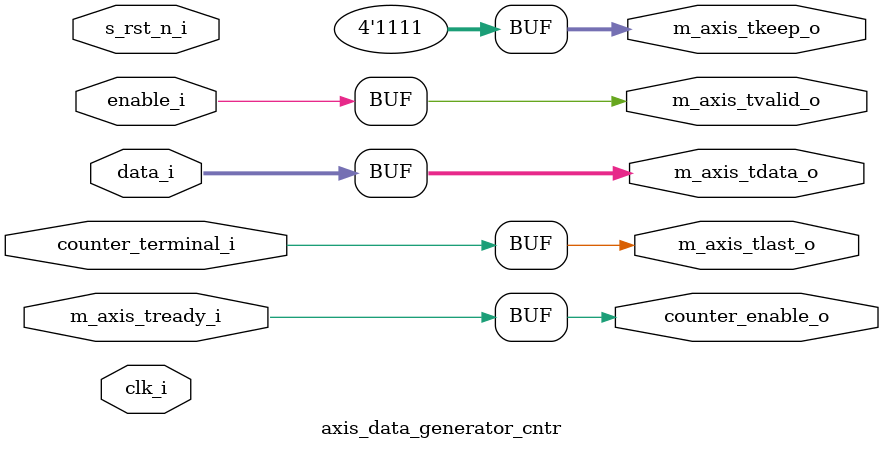
<source format=v>
`timescale 1ns / 1ps

module axis_data_generator_cntr #
(
    parameter integer                        AXIS_DATA_WIDTH = 32,
    parameter [(AXIS_DATA_WIDTH / 8) - 1:0]  AXIS_TKEEP      = ({(AXIS_DATA_WIDTH / 8){1'h0}} + 4'hf)
)
(
    input  wire                                  clk_i,
    input  wire                                  s_rst_n_i,
    input  wire                                  enable_i,                    

    output wire  [AXIS_DATA_WIDTH - 1 : 0]       m_axis_tdata_o,
    output wire  [(AXIS_DATA_WIDTH / 8) - 1 : 0] m_axis_tkeep_o,
    output wire                                  m_axis_tvalid_o,
    output wire                                  m_axis_tlast_o,
    input  wire                                  m_axis_tready_i,
    
    input  wire  [AXIS_DATA_WIDTH - 1 : 0]       data_i,
    input  wire                                  counter_terminal_i,
    output wire                                  counter_enable_o
);

    localparam integer               STATE_NUM     = 3;
    localparam integer               STATE_WIDTH   = $clog2(STATE_NUM);
    
    localparam [STATE_WIDTH - 1 : 0] IDLE_STATE    = 0;
    localparam [STATE_WIDTH - 1 : 0] SENDING_STATE = 1;
    localparam [STATE_WIDTH - 1 : 0] STOP_STATE    = 2;  
    
    reg [STATE_WIDTH - 1 : 0] fsm_state;
    reg [STATE_WIDTH - 1 : 0] next_fsm_state;
    
    assign m_axis_tvalid_o  = enable_i;
    assign m_axis_tkeep_o   = AXIS_TKEEP;
    assign m_axis_tlast_o   = counter_terminal_i;
    
    assign counter_enable_o = (/*(SENDING_STATE == fsm_state) &&*/ (1'h1 == m_axis_tready_i));
    assign m_axis_tdata_o   = data_i;
    
    always @( posedge clk_i ) begin
        if (1'h0 == s_rst_n_i) begin
            fsm_state <= IDLE_STATE;
        end
        else begin
            fsm_state <= next_fsm_state;
        end
    end

    always @ (*) begin
        next_fsm_state = fsm_state;
        
        if (1'h1 == enable_i) begin
            case (fsm_state)
                IDLE_STATE: begin
                    if (1'h1 == m_axis_tready_i) begin
                        next_fsm_state = SENDING_STATE;
                    end
                end
                SENDING_STATE: begin
                    if (1'h1 == counter_terminal_i) begin
                        next_fsm_state = STOP_STATE;
                    end
                end
                STOP_STATE: begin
                    next_fsm_state = IDLE_STATE;
                end
            endcase
        end
    end

endmodule

</source>
